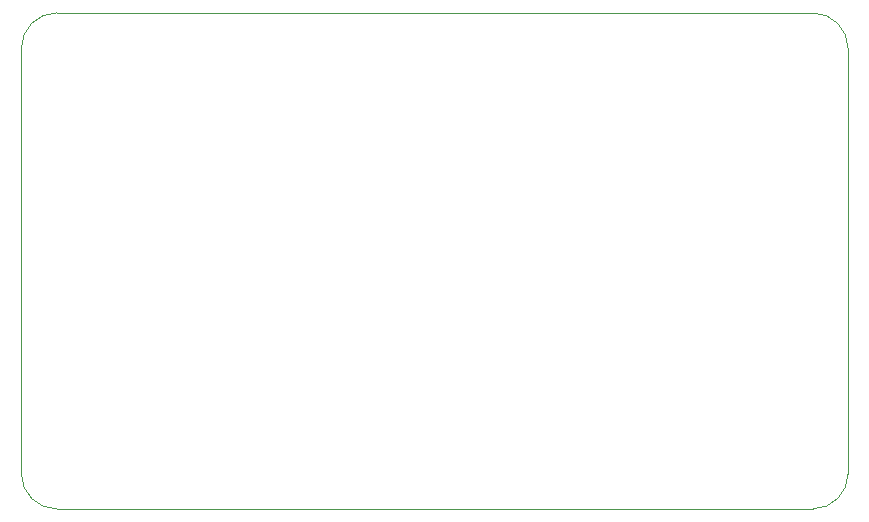
<source format=gbr>
%TF.GenerationSoftware,KiCad,Pcbnew,(6.0.7)*%
%TF.CreationDate,2023-08-27T18:36:20+02:00*%
%TF.ProjectId,libcsp-zephyr-hw,6c696263-7370-42d7-9a65-706879722d68,rev?*%
%TF.SameCoordinates,Original*%
%TF.FileFunction,Profile,NP*%
%FSLAX46Y46*%
G04 Gerber Fmt 4.6, Leading zero omitted, Abs format (unit mm)*
G04 Created by KiCad (PCBNEW (6.0.7)) date 2023-08-27 18:36:20*
%MOMM*%
%LPD*%
G01*
G04 APERTURE LIST*
%TA.AperFunction,Profile*%
%ADD10C,0.100000*%
%TD*%
G04 APERTURE END LIST*
D10*
X187000000Y-102000000D02*
X123000000Y-102000000D01*
X120000000Y-99000000D02*
X120000000Y-63000000D01*
X120000000Y-99000000D02*
G75*
G03*
X123000000Y-102000000I3000000J0D01*
G01*
X123000000Y-60000000D02*
G75*
G03*
X120000000Y-63000000I0J-3000000D01*
G01*
X123000000Y-60000000D02*
X187000000Y-60000000D01*
X187000000Y-102000000D02*
G75*
G03*
X190000000Y-99000000I0J3000000D01*
G01*
X190000000Y-63000000D02*
G75*
G03*
X187000000Y-60000000I-3000000J0D01*
G01*
X190000000Y-63000000D02*
X190000000Y-99000000D01*
M02*

</source>
